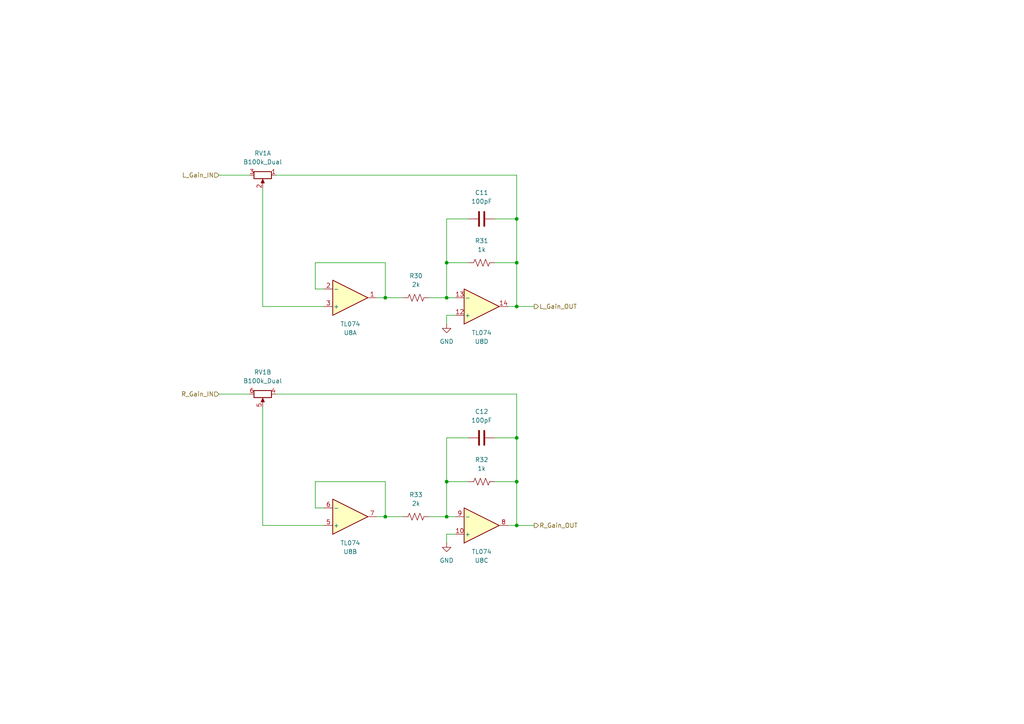
<source format=kicad_sch>
(kicad_sch (version 20250114) (generator "eeschema") (generator_version "9.0")
  (paper "A4")
  (title_block (comment 1 "PCB for 5 cm Kosmo format synthesizer module"))
  (lib_symbols
    (symbol "Amplifier_Operational:TL074" (pin_names (offset 0.127))
      (property "Reference" "U" (at 0 5.08 0))
      (property "Value" "TL074" (at 0 -5.08 0))
      (symbol "TL074_1_1"
        (polyline (pts (xy -5.08 5.08) (xy 5.08 0) (xy -5.08 -5.08) (xy -5.08 5.08)) (stroke (width 0.254)) (fill (type background)))
        (pin input line (at -7.62 2.54 0) (length 2.54) (name "+") (number "3"))
        (pin input line (at -7.62 -2.54 0) (length 2.54) (name "-") (number "2"))
        (pin output line (at 7.62 0 180) (length 2.54) (name "~") (number "1"))
      )
      (symbol "TL074_2_1"
        (polyline (pts (xy -5.08 5.08) (xy 5.08 0) (xy -5.08 -5.08) (xy -5.08 5.08)) (stroke (width 0.254)) (fill (type background)))
        (pin input line (at -7.62 2.54 0) (length 2.54) (name "+") (number "5"))
        (pin input line (at -7.62 -2.54 0) (length 2.54) (name "-") (number "6"))
        (pin output line (at 7.62 0 180) (length 2.54) (name "~") (number "7"))
      )
      (symbol "TL074_3_1"
        (polyline (pts (xy -5.08 5.08) (xy 5.08 0) (xy -5.08 -5.08) (xy -5.08 5.08)) (stroke (width 0.254)) (fill (type background)))
        (pin input line (at -7.62 2.54 0) (length 2.54) (name "+") (number "10"))
        (pin input line (at -7.62 -2.54 0) (length 2.54) (name "-") (number "9"))
        (pin output line (at 7.62 0 180) (length 2.54) (name "~") (number "8"))
      )
      (symbol "TL074_4_1"
        (polyline (pts (xy -5.08 5.08) (xy 5.08 0) (xy -5.08 -5.08) (xy -5.08 5.08)) (stroke (width 0.254)) (fill (type background)))
        (pin input line (at -7.62 2.54 0) (length 2.54) (name "+") (number "12"))
        (pin input line (at -7.62 -2.54 0) (length 2.54) (name "-") (number "13"))
        (pin output line (at 7.62 0 180) (length 2.54) (name "~") (number "14"))
      )
      (symbol "TL074_5_1"
        (pin power_in line (at -2.54 7.62 270) (length 3.81) (name "V+") (number "4"))
        (pin power_in line (at -2.54 -7.62 90) (length 3.81) (name "V-") (number "11"))
      )
    )
    (symbol "Device:C" (pin_numbers (hide yes)) (pin_names (offset 0.254))
      (property "Reference" "C" (at 0.635 2.54 0))
      (property "Value" "C" (at 0.635 -2.54 0))
      (symbol "C_0_1"
        (polyline (pts (xy -2.032 0.762) (xy 2.032 0.762)) (stroke (width 0.508)))
        (polyline (pts (xy -2.032 -0.762) (xy 2.032 -0.762)) (stroke (width 0.508)))
      )
      (symbol "C_1_1"
        (pin passive line (at 0 3.81 270) (length 2.794) (name "~") (number "1"))
        (pin passive line (at 0 -3.81 90) (length 2.794) (name "~") (number "2"))
      )
    )
    (symbol "Device:R_Potentiometer_Dual_Separate" (pin_names (offset 1.016) (hide yes))
      (property "Reference" "RV" (at -4.445 0 90))
      (property "Value" "R_Potentiometer_Dual_Separate" (at -2.54 0 90))
      (symbol "R_Potentiometer_Dual_Separate_0_1"
        (rectangle (start 1.016 2.54) (end -1.016 -2.54) (stroke (width 0.254)))
        (polyline (pts (xy 1.143 0) (xy 2.286 0.508) (xy 2.286 -0.508) (xy 1.143 0)) (fill (type outline)))
        (polyline (pts (xy 2.54 0) (xy 1.524 0)))
      )
      (symbol "R_Potentiometer_Dual_Separate_1_1"
        (pin passive line (at 0 3.81 270) (length 1.27) (name "1") (number "1"))
        (pin passive line (at 0 -3.81 90) (length 1.27) (name "3") (number "3"))
        (pin passive line (at 3.81 0 180) (length 1.27) (name "2") (number "2"))
      )
      (symbol "R_Potentiometer_Dual_Separate_2_1"
        (pin passive line (at 0 3.81 270) (length 1.27) (name "4") (number "4"))
        (pin passive line (at 0 -3.81 90) (length 1.27) (name "6") (number "6"))
        (pin passive line (at 3.81 0 180) (length 1.27) (name "5") (number "5"))
      )
    )
    (symbol "Device:R_US" (pin_numbers (hide yes)) (pin_names (offset 0))
      (property "Reference" "R" (at 2.54 0 90))
      (property "Value" "R_US" (at -2.54 0 90))
      (symbol "R_US_0_1"
        (polyline (pts (xy 0 2.286) (xy 0 2.54)))
        (polyline (pts (xy 0 2.286) (xy 1.016 1.905) (xy 0 1.524) (xy -1.016 1.143) (xy 0 0.762)))
        (polyline (pts (xy 0 0.762) (xy 1.016 0.381) (xy 0 0) (xy -1.016 -0.381) (xy 0 -0.762)))
        (polyline (pts (xy 0 -0.762) (xy 1.016 -1.143) (xy 0 -1.524) (xy -1.016 -1.905) (xy 0 -2.286)))
        (polyline (pts (xy 0 -2.286) (xy 0 -2.54)))
      )
      (symbol "R_US_1_1"
        (pin passive line (at 0 3.81 270) (length 1.27) (name "~") (number "1"))
        (pin passive line (at 0 -3.81 90) (length 1.27) (name "~") (number "2"))
      )
    )
    (symbol "power:GND" (power) (pin_numbers (hide yes)) (pin_names (offset 0) (hide yes))
      (property "Value" "GND" (at 0 -3.81 0))
      (symbol "GND_0_1"
        (polyline (pts (xy 0 0) (xy 0 -1.27) (xy 1.27 -1.27) (xy 0 -2.54) (xy -1.27 -1.27) (xy 0 -1.27)))
      )
      (symbol "GND_1_1"
        (pin power_in line (at 0 0 270) (length 0) (name "~") (number "1"))
      )
    )
  )
  (junction (at 149.86 88.9))
  (junction (at 129.54 139.7))
  (junction (at 149.86 76.2))
  (junction (at 149.86 63.5))
  (junction (at 149.86 152.4))
  (junction (at 111.76 86.36))
  (junction (at 149.86 139.7))
  (junction (at 129.54 76.2))
  (junction (at 111.76 149.86))
  (junction (at 129.54 86.36))
  (junction (at 129.54 149.86))
  (junction (at 149.86 127))
  (wire (pts (xy 129.54 63.5) (xy 129.54 76.2)))
  (wire (pts (xy 149.86 88.9) (xy 149.86 76.2)))
  (wire (pts (xy 111.76 149.86) (xy 116.84 149.86)))
  (wire (pts (xy 80.01 114.3) (xy 149.86 114.3)))
  (wire (pts (xy 63.5 50.8) (xy 72.39 50.8)))
  (wire (pts (xy 76.2 152.4) (xy 93.98 152.4)))
  (wire (pts (xy 91.44 139.7) (xy 111.76 139.7)))
  (wire (pts (xy 111.76 86.36) (xy 109.22 86.36)))
  (wire (pts (xy 91.44 76.2) (xy 111.76 76.2)))
  (wire (pts (xy 129.54 139.7) (xy 129.54 149.86)))
  (wire (pts (xy 129.54 93.98) (xy 129.54 91.44)))
  (wire (pts (xy 135.89 76.2) (xy 129.54 76.2)))
  (wire (pts (xy 149.86 114.3) (xy 149.86 127)))
  (wire (pts (xy 129.54 149.86) (xy 132.08 149.86)))
  (wire (pts (xy 76.2 118.11) (xy 76.2 152.4)))
  (wire (pts (xy 93.98 83.82) (xy 91.44 83.82)))
  (wire (pts (xy 143.51 76.2) (xy 149.86 76.2)))
  (wire (pts (xy 129.54 91.44) (xy 132.08 91.44)))
  (wire (pts (xy 63.5 114.3) (xy 72.39 114.3)))
  (wire (pts (xy 149.86 76.2) (xy 149.86 63.5)))
  (wire (pts (xy 135.89 63.5) (xy 129.54 63.5)))
  (wire (pts (xy 149.86 139.7) (xy 149.86 127)))
  (wire (pts (xy 149.86 127) (xy 143.51 127)))
  (wire (pts (xy 129.54 76.2) (xy 129.54 86.36)))
  (wire (pts (xy 132.08 154.94) (xy 129.54 154.94)))
  (wire (pts (xy 91.44 83.82) (xy 91.44 76.2)))
  (wire (pts (xy 124.46 149.86) (xy 129.54 149.86)))
  (wire (pts (xy 124.46 86.36) (xy 129.54 86.36)))
  (wire (pts (xy 111.76 86.36) (xy 116.84 86.36)))
  (wire (pts (xy 93.98 88.9) (xy 76.2 88.9)))
  (wire (pts (xy 135.89 139.7) (xy 129.54 139.7)))
  (wire (pts (xy 135.89 127) (xy 129.54 127)))
  (wire (pts (xy 129.54 127) (xy 129.54 139.7)))
  (wire (pts (xy 149.86 63.5) (xy 143.51 63.5)))
  (wire (pts (xy 149.86 88.9) (xy 154.94 88.9)))
  (wire (pts (xy 111.76 76.2) (xy 111.76 86.36)))
  (wire (pts (xy 129.54 86.36) (xy 132.08 86.36)))
  (wire (pts (xy 147.32 88.9) (xy 149.86 88.9)))
  (wire (pts (xy 111.76 139.7) (xy 111.76 149.86)))
  (wire (pts (xy 149.86 152.4) (xy 154.94 152.4)))
  (wire (pts (xy 149.86 139.7) (xy 149.86 152.4)))
  (wire (pts (xy 129.54 154.94) (xy 129.54 157.48)))
  (wire (pts (xy 91.44 147.32) (xy 91.44 139.7)))
  (wire (pts (xy 80.01 50.8) (xy 149.86 50.8)))
  (wire (pts (xy 111.76 149.86) (xy 109.22 149.86)))
  (wire (pts (xy 93.98 147.32) (xy 91.44 147.32)))
  (wire (pts (xy 149.86 50.8) (xy 149.86 63.5)))
  (wire (pts (xy 143.51 139.7) (xy 149.86 139.7)))
  (wire (pts (xy 76.2 88.9) (xy 76.2 54.61)))
  (wire (pts (xy 147.32 152.4) (xy 149.86 152.4)))
  (hierarchical_label "L_Gain_OUT" (shape output) (at 154.94 88.9 0))
  (hierarchical_label "L_Gain_IN" (shape input) (at 63.5 50.8 180))
  (hierarchical_label "R_Gain_OUT" (shape output) (at 154.94 152.4 0))
  (hierarchical_label "R_Gain_IN" (shape input) (at 63.5 114.3 180))
  (symbol (lib_id "Amplifier_Operational:TL074") (at 101.6 149.86 0) (mirror x) (unit 2)
    (property "Reference" "U8" (at 101.6 160.02 0))
    (property "Value" "TL074" (at 101.6 157.48 0))
    (property "Footprint" "Package_DIP:DIP-14_W7.62mm_Socket" (effects (hide yes)))
    (property "Datasheet" "http://www.ti.com/lit/ds/symlink/tl071.pdf" (effects (hide yes)))
    (property "Description" "Quad Low-Noise JFET-Input Operational Amplifiers, DIP-14/SOIC-14" (effects (hide yes)))
  )
  (symbol (lib_id "Device:R_US") (at 120.65 149.86 90) (unit 1)
    (property "Reference" "R33" (at 120.65 143.51 90))
    (property "Value" "2k" (at 120.65 146.05 90))
    (property "Footprint" "Resistor_THT:R_Axial_DIN0207_L6.3mm_D2.5mm_P7.62mm_Horizontal" (effects (hide yes)))
    (property "Description" "Resistor, US symbol" (effects (hide yes)))
  )
  (symbol (lib_id "Amplifier_Operational:TL074") (at 139.7 152.4 0) (mirror x) (unit 3)
    (property "Reference" "U8" (at 139.7 162.56 0))
    (property "Value" "TL074" (at 139.7 160.02 0))
    (property "Footprint" "Package_DIP:DIP-14_W7.62mm_Socket" (effects (hide yes)))
    (property "Datasheet" "http://www.ti.com/lit/ds/symlink/tl071.pdf" (effects (hide yes)))
    (property "Description" "Quad Low-Noise JFET-Input Operational Amplifiers, DIP-14/SOIC-14" (effects (hide yes)))
  )
  (symbol (lib_id "Device:R_Potentiometer_Dual_Separate") (at 76.2 50.8 270) (unit 1)
    (property "Reference" "RV1" (at 76.2 44.45 90))
    (property "Value" "B100k_Dual" (at 76.2 46.99 90))
    (property "Footprint" "Potentiometer_THT:Potentiometer_Alpha_RD902F-40-00D_Dual_Vertical" (effects (hide yes)))
    (property "Description" "Dual potentiometer, separate units" (effects (hide yes)))
  )
  (symbol (lib_id "Amplifier_Operational:TL074") (at 101.6 86.36 0) (mirror x) (unit 1)
    (property "Reference" "U8" (at 101.6 96.52 0))
    (property "Value" "TL074" (at 101.6 93.98 0))
    (property "Footprint" "Package_DIP:DIP-14_W7.62mm_Socket" (effects (hide yes)))
    (property "Datasheet" "http://www.ti.com/lit/ds/symlink/tl071.pdf" (effects (hide yes)))
    (property "Description" "Quad Low-Noise JFET-Input Operational Amplifiers, DIP-14/SOIC-14" (effects (hide yes)))
  )
  (symbol (lib_id "Device:C") (at 139.7 127 90) (unit 1)
    (property "Reference" "C12" (at 139.7 119.38 90))
    (property "Value" "100pF" (at 139.7 121.92 90))
    (property "Footprint" "Capacitor_THT:C_Disc_D3.0mm_W2.0mm_P2.50mm" (effects (hide yes)))
    (property "Description" "Unpolarized capacitor" (effects (hide yes)))
  )
  (symbol (lib_id "Device:R_US") (at 139.7 139.7 90) (unit 1)
    (property "Reference" "R32" (at 139.7 133.35 90))
    (property "Value" "1k" (at 139.7 135.89 90))
    (property "Footprint" "Resistor_THT:R_Axial_DIN0207_L6.3mm_D2.5mm_P7.62mm_Horizontal" (effects (hide yes)))
    (property "Description" "Resistor, US symbol" (effects (hide yes)))
  )
  (symbol (lib_id "Device:R_US") (at 139.7 76.2 90) (unit 1)
    (property "Reference" "R31" (at 139.7 69.85 90))
    (property "Value" "1k" (at 139.7 72.39 90))
    (property "Footprint" "Resistor_THT:R_Axial_DIN0207_L6.3mm_D2.5mm_P7.62mm_Horizontal" (effects (hide yes)))
    (property "Description" "Resistor, US symbol" (effects (hide yes)))
  )
  (symbol (lib_id "Device:C") (at 139.7 63.5 90) (unit 1)
    (property "Reference" "C11" (at 139.7 55.88 90))
    (property "Value" "100pF" (at 139.7 58.42 90))
    (property "Footprint" "Capacitor_THT:C_Disc_D3.0mm_W2.0mm_P2.50mm" (effects (hide yes)))
    (property "Description" "Unpolarized capacitor" (effects (hide yes)))
  )
  (symbol (lib_id "power:GND") (at 129.54 93.98 0) (unit 1)
    (property "Reference" "#PWR029" (effects (hide yes)))
    (property "Value" "GND" (at 129.54 99.06 0))
    (property "Description" "Power symbol creates a global label with name \"GND\" , ground" (effects (hide yes)))
  )
  (symbol (lib_id "Device:R_US") (at 120.65 86.36 90) (unit 1)
    (property "Reference" "R30" (at 120.65 80.01 90))
    (property "Value" "2k" (at 120.65 82.55 90))
    (property "Footprint" "Resistor_THT:R_Axial_DIN0207_L6.3mm_D2.5mm_P7.62mm_Horizontal" (effects (hide yes)))
    (property "Description" "Resistor, US symbol" (effects (hide yes)))
  )
  (symbol (lib_id "power:GND") (at 129.54 157.48 0) (unit 1)
    (property "Reference" "#PWR030" (effects (hide yes)))
    (property "Value" "GND" (at 129.54 162.56 0))
    (property "Description" "Power symbol creates a global label with name \"GND\" , ground" (effects (hide yes)))
  )
  (symbol (lib_id "Amplifier_Operational:TL074") (at 139.7 88.9 0) (mirror x) (unit 4)
    (property "Reference" "U8" (at 139.7 99.06 0))
    (property "Value" "TL074" (at 139.7 96.52 0))
    (property "Footprint" "Package_DIP:DIP-14_W7.62mm_Socket" (effects (hide yes)))
    (property "Datasheet" "http://www.ti.com/lit/ds/symlink/tl071.pdf" (effects (hide yes)))
    (property "Description" "Quad Low-Noise JFET-Input Operational Amplifiers, DIP-14/SOIC-14" (effects (hide yes)))
  )
  (symbol (lib_id "Device:R_Potentiometer_Dual_Separate") (at 76.2 114.3 270) (unit 2)
    (property "Reference" "RV1" (at 76.2 107.95 90))
    (property "Value" "B100k_Dual" (at 76.2 110.49 90))
    (property "Footprint" "Potentiometer_THT:Potentiometer_Alpha_RD902F-40-00D_Dual_Vertical" (effects (hide yes)))
    (property "Description" "Dual potentiometer, separate units" (effects (hide yes)))
  )
)
</source>
